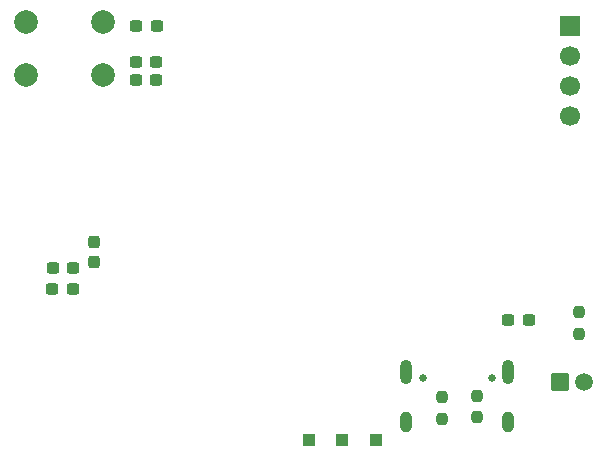
<source format=gbr>
G04 #@! TF.GenerationSoftware,KiCad,Pcbnew,9.0.7*
G04 #@! TF.CreationDate,2026-02-26T12:58:45-06:00*
G04 #@! TF.ProjectId,ImpactInsole_v1,496d7061-6374-4496-9e73-6f6c655f7631,rev?*
G04 #@! TF.SameCoordinates,Original*
G04 #@! TF.FileFunction,Soldermask,Bot*
G04 #@! TF.FilePolarity,Negative*
%FSLAX46Y46*%
G04 Gerber Fmt 4.6, Leading zero omitted, Abs format (unit mm)*
G04 Created by KiCad (PCBNEW 9.0.7) date 2026-02-26 12:58:45*
%MOMM*%
%LPD*%
G01*
G04 APERTURE LIST*
G04 Aperture macros list*
%AMRoundRect*
0 Rectangle with rounded corners*
0 $1 Rounding radius*
0 $2 $3 $4 $5 $6 $7 $8 $9 X,Y pos of 4 corners*
0 Add a 4 corners polygon primitive as box body*
4,1,4,$2,$3,$4,$5,$6,$7,$8,$9,$2,$3,0*
0 Add four circle primitives for the rounded corners*
1,1,$1+$1,$2,$3*
1,1,$1+$1,$4,$5*
1,1,$1+$1,$6,$7*
1,1,$1+$1,$8,$9*
0 Add four rect primitives between the rounded corners*
20,1,$1+$1,$2,$3,$4,$5,0*
20,1,$1+$1,$4,$5,$6,$7,0*
20,1,$1+$1,$6,$7,$8,$9,0*
20,1,$1+$1,$8,$9,$2,$3,0*%
G04 Aperture macros list end*
%ADD10R,1.000000X1.000000*%
%ADD11RoundRect,0.102000X-0.654000X-0.654000X0.654000X-0.654000X0.654000X0.654000X-0.654000X0.654000X0*%
%ADD12C,1.512000*%
%ADD13R,1.700000X1.700000*%
%ADD14C,1.700000*%
%ADD15C,0.650000*%
%ADD16O,1.000000X2.100000*%
%ADD17O,1.000000X1.800000*%
%ADD18C,2.000000*%
%ADD19RoundRect,0.237500X-0.300000X-0.237500X0.300000X-0.237500X0.300000X0.237500X-0.300000X0.237500X0*%
%ADD20RoundRect,0.237500X-0.237500X0.250000X-0.237500X-0.250000X0.237500X-0.250000X0.237500X0.250000X0*%
%ADD21RoundRect,0.237500X0.237500X-0.300000X0.237500X0.300000X-0.237500X0.300000X-0.237500X-0.300000X0*%
%ADD22RoundRect,0.237500X0.237500X-0.250000X0.237500X0.250000X-0.237500X0.250000X-0.237500X-0.250000X0*%
%ADD23RoundRect,0.237500X0.300000X0.237500X-0.300000X0.237500X-0.300000X-0.237500X0.300000X-0.237500X0*%
G04 APERTURE END LIST*
D10*
G04 #@! TO.C,+5V*
X108250000Y-104090000D03*
G04 #@! TD*
G04 #@! TO.C,GND*
X105445000Y-104090000D03*
G04 #@! TD*
D11*
G04 #@! TO.C,J2*
X123880000Y-99127500D03*
D12*
X125880000Y-99127500D03*
G04 #@! TD*
D10*
G04 #@! TO.C,+3v3*
X102640000Y-104090000D03*
G04 #@! TD*
D13*
G04 #@! TO.C,J4*
X124740000Y-69020000D03*
D14*
X124740000Y-71560000D03*
X124740000Y-74100000D03*
X124740000Y-76640000D03*
G04 #@! TD*
D15*
G04 #@! TO.C,J3*
X112290000Y-98850000D03*
X118070000Y-98850000D03*
D16*
X110860000Y-98330000D03*
D17*
X110860000Y-102530000D03*
D16*
X119500000Y-98330000D03*
D17*
X119500000Y-102530000D03*
G04 #@! TD*
D18*
G04 #@! TO.C,SW1*
X78680000Y-68690000D03*
X85180000Y-68690000D03*
X78680000Y-73190000D03*
X85180000Y-73190000D03*
G04 #@! TD*
D19*
G04 #@! TO.C,C15*
X80935000Y-89527500D03*
X82660000Y-89527500D03*
G04 #@! TD*
G04 #@! TO.C,C14*
X80897500Y-91277500D03*
X82622500Y-91277500D03*
G04 #@! TD*
D20*
G04 #@! TO.C,R4*
X116880000Y-100327500D03*
X116880000Y-102152500D03*
G04 #@! TD*
D19*
G04 #@! TO.C,C17*
X87977500Y-73560000D03*
X89702500Y-73560000D03*
G04 #@! TD*
D21*
G04 #@! TO.C,C13*
X84410000Y-89020000D03*
X84410000Y-87295000D03*
G04 #@! TD*
D22*
G04 #@! TO.C,R7*
X125490000Y-95102500D03*
X125490000Y-93277500D03*
G04 #@! TD*
D19*
G04 #@! TO.C,C8*
X87955000Y-72080000D03*
X89680000Y-72080000D03*
G04 #@! TD*
G04 #@! TO.C,C16*
X87995000Y-69020000D03*
X89720000Y-69020000D03*
G04 #@! TD*
D23*
G04 #@! TO.C,C6*
X121222500Y-93950000D03*
X119497500Y-93950000D03*
G04 #@! TD*
D22*
G04 #@! TO.C,R3*
X113910000Y-102282500D03*
X113910000Y-100457500D03*
G04 #@! TD*
M02*

</source>
